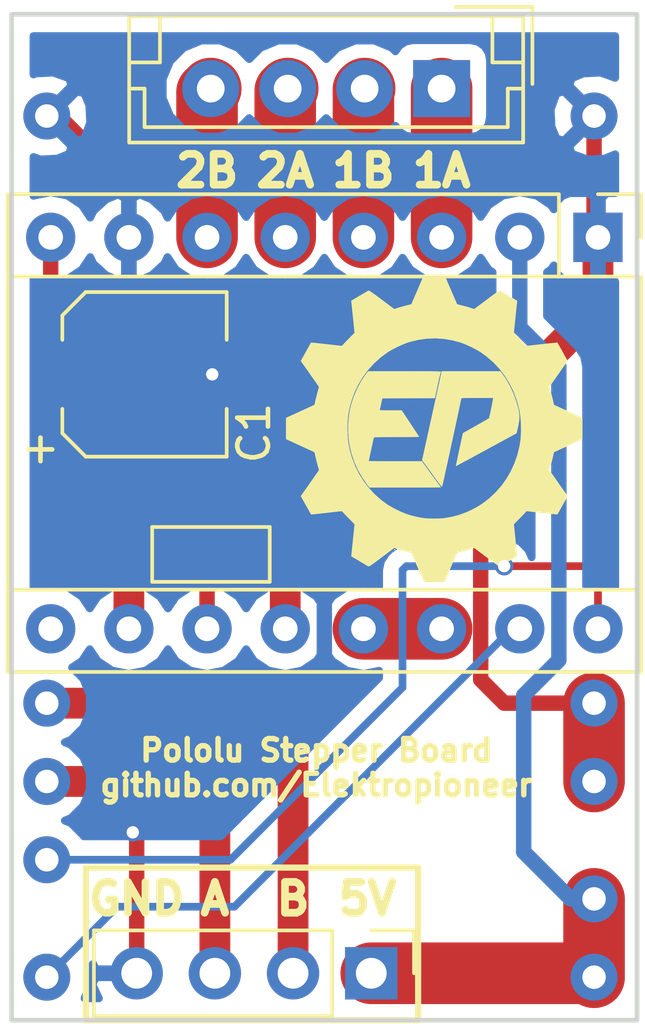
<source format=kicad_pcb>
(kicad_pcb (version 4) (host pcbnew 4.0.6+dfsg1-1)

  (general
    (links 23)
    (no_connects 0)
    (area 148.641999 65.202999 169.112001 97.992001)
    (thickness 1.6)
    (drawings 18)
    (tracks 78)
    (zones 0)
    (modules 7)
    (nets 16)
  )

  (page A4)
  (layers
    (0 F.Cu signal)
    (31 B.Cu signal)
    (32 B.Adhes user)
    (33 F.Adhes user)
    (34 B.Paste user hide)
    (35 F.Paste user hide)
    (36 B.SilkS user)
    (37 F.SilkS user)
    (38 B.Mask user)
    (39 F.Mask user)
    (40 Dwgs.User user)
    (41 Cmts.User user)
    (42 Eco1.User user)
    (43 Eco2.User user hide)
    (44 Edge.Cuts user)
    (45 Margin user)
    (46 B.CrtYd user hide)
    (47 F.CrtYd user hide)
    (48 B.Fab user)
    (49 F.Fab user hide)
  )

  (setup
    (last_trace_width 0.5)
    (user_trace_width 0.5)
    (user_trace_width 1)
    (user_trace_width 2)
    (trace_clearance 0.2)
    (zone_clearance 0.508)
    (zone_45_only yes)
    (trace_min 0.2)
    (segment_width 0.2)
    (edge_width 0.15)
    (via_size 0.6)
    (via_drill 0.4)
    (via_min_size 0.4)
    (via_min_drill 0.3)
    (uvia_size 0.3)
    (uvia_drill 0.1)
    (uvias_allowed no)
    (uvia_min_size 0.2)
    (uvia_min_drill 0.1)
    (pcb_text_width 0.3)
    (pcb_text_size 1.5 1.5)
    (mod_edge_width 0.15)
    (mod_text_size 1 1)
    (mod_text_width 0.15)
    (pad_size 0.1 0.1)
    (pad_drill 0)
    (pad_to_mask_clearance 0.2)
    (aux_axis_origin 0 0)
    (visible_elements FFFFFF7F)
    (pcbplotparams
      (layerselection 0x00030_80000001)
      (usegerberextensions false)
      (excludeedgelayer true)
      (linewidth 0.100000)
      (plotframeref false)
      (viasonmask false)
      (mode 1)
      (useauxorigin false)
      (hpglpennumber 1)
      (hpglpenspeed 20)
      (hpglpendiameter 15)
      (hpglpenoverlay 2)
      (psnegative false)
      (psa4output false)
      (plotreference true)
      (plotvalue true)
      (plotinvisibletext false)
      (padsonsilk false)
      (subtractmaskfromsilk false)
      (outputformat 1)
      (mirror false)
      (drillshape 1)
      (scaleselection 1)
      (outputdirectory ""))
  )

  (net 0 "")
  (net 1 +5V)
  (net 2 +12V)
  (net 3 GND)
  (net 4 "Net-(A1-Pad3)")
  (net 5 "Net-(A1-Pad4)")
  (net 6 "Net-(A1-Pad5)")
  (net 7 "Net-(A1-Pad13)")
  (net 8 "Net-(A1-Pad6)")
  (net 9 STEP)
  (net 10 DIRECTION)
  (net 11 ENC_A)
  (net 12 ENC_B)
  (net 13 "Net-(A1-Pad10)")
  (net 14 "Net-(A1-Pad11)")
  (net 15 "Net-(A1-Pad12)")

  (net_class Default "This is the default net class."
    (clearance 0.2)
    (trace_width 0.25)
    (via_dia 0.6)
    (via_drill 0.4)
    (uvia_dia 0.3)
    (uvia_drill 0.1)
    (add_net +12V)
    (add_net +5V)
    (add_net DIRECTION)
    (add_net ENC_A)
    (add_net ENC_B)
    (add_net GND)
    (add_net "Net-(A1-Pad10)")
    (add_net "Net-(A1-Pad11)")
    (add_net "Net-(A1-Pad12)")
    (add_net "Net-(A1-Pad13)")
    (add_net "Net-(A1-Pad3)")
    (add_net "Net-(A1-Pad4)")
    (add_net "Net-(A1-Pad5)")
    (add_net "Net-(A1-Pad6)")
    (add_net STEP)
  )

  (module Modules:Pololu_Breakout-16_15.2x20.3mm (layer F.Cu) (tedit 5A842F1B) (tstamp 5A842EB0)
    (at 167.767 72.517 270)
    (descr "Pololu Breakout 16-pin 15.2x20.3mm 0.6x0.8\\")
    (path /5A772CC2)
    (fp_text reference A1 (at 6.35 -2.54 270) (layer F.SilkS) hide
      (effects (font (size 1 1) (thickness 0.15)))
    )
    (fp_text value Pololu_Breakout_A4988 (at 6.35 20.17 270) (layer F.Fab) hide
      (effects (font (size 1 1) (thickness 0.15)))
    )
    (fp_text user %R (at 6.35 0 270) (layer F.Fab)
      (effects (font (size 1 1) (thickness 0.15)))
    )
    (fp_line (start 11.43 -1.4) (end 11.43 19.18) (layer F.SilkS) (width 0.12))
    (fp_line (start 1.27 1.27) (end 1.27 19.18) (layer F.SilkS) (width 0.12))
    (fp_line (start 0 -1.4) (end -1.4 -1.4) (layer F.SilkS) (width 0.12))
    (fp_line (start -1.4 -1.4) (end -1.4 0) (layer F.SilkS) (width 0.12))
    (fp_line (start 1.27 -1.4) (end 1.27 1.27) (layer F.SilkS) (width 0.12))
    (fp_line (start 1.27 1.27) (end -1.4 1.27) (layer F.SilkS) (width 0.12))
    (fp_line (start -1.4 1.27) (end -1.4 19.18) (layer F.SilkS) (width 0.12))
    (fp_line (start -1.4 19.18) (end 14.1 19.18) (layer F.SilkS) (width 0.12))
    (fp_line (start 14.1 19.18) (end 14.1 -1.4) (layer F.SilkS) (width 0.12))
    (fp_line (start 14.1 -1.4) (end 1.27 -1.4) (layer F.SilkS) (width 0.12))
    (fp_line (start -1.27 0) (end 0 -1.27) (layer F.Fab) (width 0.1))
    (fp_line (start 0 -1.27) (end 13.97 -1.27) (layer F.Fab) (width 0.1))
    (fp_line (start 13.97 -1.27) (end 13.97 19.05) (layer F.Fab) (width 0.1))
    (fp_line (start 13.97 19.05) (end -1.27 19.05) (layer F.Fab) (width 0.1))
    (fp_line (start -1.27 19.05) (end -1.27 0) (layer F.Fab) (width 0.1))
    (fp_line (start -1.53 -1.52) (end 14.21 -1.52) (layer F.CrtYd) (width 0.05))
    (fp_line (start -1.53 -1.52) (end -1.53 19.3) (layer F.CrtYd) (width 0.05))
    (fp_line (start 14.21 19.3) (end 14.21 -1.52) (layer F.CrtYd) (width 0.05))
    (fp_line (start 14.21 19.3) (end -1.53 19.3) (layer F.CrtYd) (width 0.05))
    (pad 1 thru_hole rect (at 0 0 270) (size 1.6 1.6) (drill 0.8) (layers *.Cu *.Mask)
      (net 3 GND))
    (pad 9 thru_hole oval (at 12.7 17.78 270) (size 1.6 1.6) (drill 0.8) (layers *.Cu *.Mask))
    (pad 2 thru_hole oval (at 0 2.54 270) (size 1.6 1.6) (drill 0.8) (layers *.Cu *.Mask)
      (net 1 +5V))
    (pad 10 thru_hole oval (at 12.7 15.24 270) (size 1.6 1.6) (drill 0.8) (layers *.Cu *.Mask)
      (net 13 "Net-(A1-Pad10)"))
    (pad 3 thru_hole oval (at 0 5.08 270) (size 1.6 1.6) (drill 0.8) (layers *.Cu *.Mask)
      (net 4 "Net-(A1-Pad3)"))
    (pad 11 thru_hole oval (at 12.7 12.7 270) (size 1.6 1.6) (drill 0.8) (layers *.Cu *.Mask)
      (net 14 "Net-(A1-Pad11)"))
    (pad 4 thru_hole oval (at 0 7.62 270) (size 1.6 1.6) (drill 0.8) (layers *.Cu *.Mask)
      (net 5 "Net-(A1-Pad4)"))
    (pad 12 thru_hole oval (at 12.7 10.16 270) (size 1.6 1.6) (drill 0.8) (layers *.Cu *.Mask)
      (net 15 "Net-(A1-Pad12)"))
    (pad 5 thru_hole oval (at 0 10.16 270) (size 1.6 1.6) (drill 0.8) (layers *.Cu *.Mask)
      (net 6 "Net-(A1-Pad5)"))
    (pad 13 thru_hole oval (at 12.7 7.62 270) (size 1.6 1.6) (drill 0.8) (layers *.Cu *.Mask)
      (net 7 "Net-(A1-Pad13)"))
    (pad 6 thru_hole oval (at 0 12.7 270) (size 1.6 1.6) (drill 0.8) (layers *.Cu *.Mask)
      (net 8 "Net-(A1-Pad6)"))
    (pad 14 thru_hole oval (at 12.7 5.08 270) (size 1.6 1.6) (drill 0.8) (layers *.Cu *.Mask)
      (net 7 "Net-(A1-Pad13)"))
    (pad 7 thru_hole oval (at 0 15.24 270) (size 1.6 1.6) (drill 0.8) (layers *.Cu *.Mask)
      (net 3 GND))
    (pad 15 thru_hole oval (at 12.7 2.54 270) (size 1.6 1.6) (drill 0.8) (layers *.Cu *.Mask)
      (net 9 STEP))
    (pad 8 thru_hole oval (at 0 17.78 270) (size 1.6 1.6) (drill 0.8) (layers *.Cu *.Mask)
      (net 2 +12V))
    (pad 16 thru_hole oval (at 12.7 0 270) (size 1.6 1.6) (drill 0.8) (layers *.Cu *.Mask)
      (net 10 DIRECTION))
  )

  (module Capacitors_SMD:CP_Elec_5x4.5 (layer F.Cu) (tedit 5A842F15) (tstamp 5A842ECC)
    (at 153.035 76.962)
    (descr "SMT capacitor, aluminium electrolytic, 5x4.5")
    (path /5A77324B)
    (attr smd)
    (fp_text reference C1 (at 3.556 1.905 90) (layer F.SilkS)
      (effects (font (size 1 1) (thickness 0.15)))
    )
    (fp_text value CP (at 0 -3.92) (layer F.Fab) hide
      (effects (font (size 1 1) (thickness 0.15)))
    )
    (fp_circle (center 0 0) (end 0.1 2.4) (layer F.Fab) (width 0.1))
    (fp_text user + (at -1.37 -0.08) (layer F.Fab)
      (effects (font (size 1 1) (thickness 0.15)))
    )
    (fp_text user + (at -3.38 2.36) (layer F.SilkS)
      (effects (font (size 1 1) (thickness 0.15)))
    )
    (fp_text user %R (at 0 3.92) (layer F.Fab)
      (effects (font (size 1 1) (thickness 0.15)))
    )
    (fp_line (start 2.51 2.51) (end 2.51 -2.51) (layer F.Fab) (width 0.1))
    (fp_line (start -1.84 2.51) (end 2.51 2.51) (layer F.Fab) (width 0.1))
    (fp_line (start -2.51 1.84) (end -1.84 2.51) (layer F.Fab) (width 0.1))
    (fp_line (start -2.51 -1.84) (end -2.51 1.84) (layer F.Fab) (width 0.1))
    (fp_line (start -1.84 -2.51) (end -2.51 -1.84) (layer F.Fab) (width 0.1))
    (fp_line (start 2.51 -2.51) (end -1.84 -2.51) (layer F.Fab) (width 0.1))
    (fp_line (start 2.67 2.67) (end 2.67 1.12) (layer F.SilkS) (width 0.12))
    (fp_line (start 2.67 -2.67) (end 2.67 -1.12) (layer F.SilkS) (width 0.12))
    (fp_line (start -2.67 -1.91) (end -2.67 -1.12) (layer F.SilkS) (width 0.12))
    (fp_line (start -2.67 1.91) (end -2.67 1.12) (layer F.SilkS) (width 0.12))
    (fp_line (start 2.67 -2.67) (end -1.91 -2.67) (layer F.SilkS) (width 0.12))
    (fp_line (start -1.91 -2.67) (end -2.67 -1.91) (layer F.SilkS) (width 0.12))
    (fp_line (start -2.67 1.91) (end -1.91 2.67) (layer F.SilkS) (width 0.12))
    (fp_line (start -1.91 2.67) (end 2.67 2.67) (layer F.SilkS) (width 0.12))
    (fp_line (start -3.95 -2.77) (end 3.95 -2.77) (layer F.CrtYd) (width 0.05))
    (fp_line (start -3.95 -2.77) (end -3.95 2.76) (layer F.CrtYd) (width 0.05))
    (fp_line (start 3.95 2.76) (end 3.95 -2.77) (layer F.CrtYd) (width 0.05))
    (fp_line (start 3.95 2.76) (end -3.95 2.76) (layer F.CrtYd) (width 0.05))
    (pad 1 smd rect (at -2.2 0 180) (size 3 1.6) (layers F.Cu F.Paste F.Mask)
      (net 2 +12V))
    (pad 2 smd rect (at 2.2 0 180) (size 3 1.6) (layers F.Cu F.Paste F.Mask)
      (net 3 GND))
    (model Capacitors_SMD.3dshapes/CP_Elec_5x4.5.wrl
      (at (xyz 0 0 0))
      (scale (xyz 1 1 1))
      (rotate (xyz 0 0 180))
    )
  )

  (module Connectors_JST:JST_EH_B04B-EH-A_04x2.50mm_Straight (layer F.Cu) (tedit 5A842E14) (tstamp 5A842EEE)
    (at 162.687 67.691 180)
    (descr "JST EH series connector, B04B-EH-A, 2.50mm pitch, top entry")
    (tags "connector jst eh top vertical straight")
    (path /5A772FFF)
    (fp_text reference J1 (at 3.75 -3 180) (layer F.SilkS) hide
      (effects (font (size 1 1) (thickness 0.15)))
    )
    (fp_text value CONN_01X04 (at 3.75 3.5 180) (layer F.Fab) hide
      (effects (font (size 1 1) (thickness 0.15)))
    )
    (fp_text user %R (at 3.75 -3 180) (layer F.Fab)
      (effects (font (size 1 1) (thickness 0.15)))
    )
    (fp_line (start -2.5 -1.6) (end -2.5 2.2) (layer F.Fab) (width 0.1))
    (fp_line (start -2.5 2.2) (end 10 2.2) (layer F.Fab) (width 0.1))
    (fp_line (start 10 2.2) (end 10 -1.6) (layer F.Fab) (width 0.1))
    (fp_line (start 10 -1.6) (end -2.5 -1.6) (layer F.Fab) (width 0.1))
    (fp_line (start -2.65 -1.75) (end -2.65 2.35) (layer F.SilkS) (width 0.12))
    (fp_line (start -2.65 2.35) (end 10.15 2.35) (layer F.SilkS) (width 0.12))
    (fp_line (start 10.15 2.35) (end 10.15 -1.75) (layer F.SilkS) (width 0.12))
    (fp_line (start 10.15 -1.75) (end -2.65 -1.75) (layer F.SilkS) (width 0.12))
    (fp_line (start -2.65 0) (end -2.15 0) (layer F.SilkS) (width 0.12))
    (fp_line (start -2.15 0) (end -2.15 -1.25) (layer F.SilkS) (width 0.12))
    (fp_line (start -2.15 -1.25) (end 9.65 -1.25) (layer F.SilkS) (width 0.12))
    (fp_line (start 9.65 -1.25) (end 9.65 0) (layer F.SilkS) (width 0.12))
    (fp_line (start 9.65 0) (end 10.15 0) (layer F.SilkS) (width 0.12))
    (fp_line (start -2.65 0.85) (end -1.65 0.85) (layer F.SilkS) (width 0.12))
    (fp_line (start -1.65 0.85) (end -1.65 2.35) (layer F.SilkS) (width 0.12))
    (fp_line (start 10.15 0.85) (end 9.15 0.85) (layer F.SilkS) (width 0.12))
    (fp_line (start 9.15 0.85) (end 9.15 2.35) (layer F.SilkS) (width 0.12))
    (fp_line (start -2.95 0.15) (end -2.95 2.65) (layer F.SilkS) (width 0.12))
    (fp_line (start -2.95 2.65) (end -0.45 2.65) (layer F.SilkS) (width 0.12))
    (fp_line (start -2.95 0.15) (end -2.95 2.65) (layer F.Fab) (width 0.1))
    (fp_line (start -2.95 2.65) (end -0.45 2.65) (layer F.Fab) (width 0.1))
    (fp_line (start -3.15 -2.25) (end -3.15 2.85) (layer F.CrtYd) (width 0.05))
    (fp_line (start -3.15 2.85) (end 10.65 2.85) (layer F.CrtYd) (width 0.05))
    (fp_line (start 10.65 2.85) (end 10.65 -2.25) (layer F.CrtYd) (width 0.05))
    (fp_line (start 10.65 -2.25) (end -3.15 -2.25) (layer F.CrtYd) (width 0.05))
    (pad 1 thru_hole rect (at 0 0 180) (size 1.85 1.85) (drill 0.9) (layers *.Cu *.Mask)
      (net 4 "Net-(A1-Pad3)"))
    (pad 2 thru_hole circle (at 2.5 0 180) (size 1.85 1.85) (drill 0.9) (layers *.Cu *.Mask)
      (net 5 "Net-(A1-Pad4)"))
    (pad 3 thru_hole circle (at 5 0 180) (size 1.85 1.85) (drill 0.9) (layers *.Cu *.Mask)
      (net 6 "Net-(A1-Pad5)"))
    (pad 4 thru_hole circle (at 7.5 0 180) (size 1.85 1.85) (drill 0.9) (layers *.Cu *.Mask)
      (net 8 "Net-(A1-Pad6)"))
    (model Connectors_JST.3dshapes/JST_EH_B04B-EH-A_04x2.50mm_Straight.wrl
      (at (xyz 0 0 0))
      (scale (xyz 1 1 1))
      (rotate (xyz 0 0 0))
    )
  )

  (module Pin_Headers:Pin_Header_Straight_1x04_Pitch2.54mm (layer F.Cu) (tedit 5A842EC5) (tstamp 5A842F04)
    (at 160.401 96.393 270)
    (descr "Through hole straight pin header, 1x04, 2.54mm pitch, single row")
    (tags "Through hole pin header THT 1x04 2.54mm single row")
    (path /5A773005)
    (fp_text reference J2 (at 0 -2.39 270) (layer F.SilkS) hide
      (effects (font (size 1 1) (thickness 0.15)))
    )
    (fp_text value CONN_01X04 (at 0 10.01 270) (layer F.Fab) hide
      (effects (font (size 1 1) (thickness 0.15)))
    )
    (fp_line (start -1.27 -1.27) (end -1.27 8.89) (layer F.Fab) (width 0.1))
    (fp_line (start -1.27 8.89) (end 1.27 8.89) (layer F.Fab) (width 0.1))
    (fp_line (start 1.27 8.89) (end 1.27 -1.27) (layer F.Fab) (width 0.1))
    (fp_line (start 1.27 -1.27) (end -1.27 -1.27) (layer F.Fab) (width 0.1))
    (fp_line (start -1.39 1.27) (end -1.39 9.01) (layer F.SilkS) (width 0.12))
    (fp_line (start -1.39 9.01) (end 1.39 9.01) (layer F.SilkS) (width 0.12))
    (fp_line (start 1.39 9.01) (end 1.39 1.27) (layer F.SilkS) (width 0.12))
    (fp_line (start 1.39 1.27) (end -1.39 1.27) (layer F.SilkS) (width 0.12))
    (fp_line (start -1.39 0) (end -1.39 -1.39) (layer F.SilkS) (width 0.12))
    (fp_line (start -1.39 -1.39) (end 0 -1.39) (layer F.SilkS) (width 0.12))
    (fp_line (start -1.6 -1.6) (end -1.6 9.2) (layer F.CrtYd) (width 0.05))
    (fp_line (start -1.6 9.2) (end 1.6 9.2) (layer F.CrtYd) (width 0.05))
    (fp_line (start 1.6 9.2) (end 1.6 -1.6) (layer F.CrtYd) (width 0.05))
    (fp_line (start 1.6 -1.6) (end -1.6 -1.6) (layer F.CrtYd) (width 0.05))
    (pad 1 thru_hole rect (at 0 0 270) (size 1.7 1.7) (drill 1) (layers *.Cu *.Mask)
      (net 1 +5V))
    (pad 2 thru_hole oval (at 0 2.54 270) (size 1.7 1.7) (drill 1) (layers *.Cu *.Mask)
      (net 12 ENC_B))
    (pad 3 thru_hole oval (at 0 5.08 270) (size 1.7 1.7) (drill 1) (layers *.Cu *.Mask)
      (net 11 ENC_A))
    (pad 4 thru_hole oval (at 0 7.62 270) (size 1.7 1.7) (drill 1) (layers *.Cu *.Mask)
      (net 3 GND))
    (model Pin_Headers.3dshapes/Pin_Header_Straight_1x04_Pitch2.54mm.wrl
      (at (xyz 0 -0.15 0))
      (scale (xyz 1 1 1))
      (rotate (xyz 0 0 90))
    )
  )

  (module Connectors:GS3 (layer F.Cu) (tedit 5A842F18) (tstamp 5A842F13)
    (at 155.194 82.804 270)
    (descr "3-pin solder bridge")
    (tags "solder bridge")
    (path /5A7C54AC)
    (attr smd)
    (fp_text reference J3 (at -1.7 0 360) (layer F.SilkS) hide
      (effects (font (size 1 1) (thickness 0.15)))
    )
    (fp_text value CONN_01X03 (at 1.8 0 360) (layer F.Fab) hide
      (effects (font (size 1 1) (thickness 0.15)))
    )
    (fp_line (start -1.15 -2.15) (end 1.15 -2.15) (layer F.CrtYd) (width 0.05))
    (fp_line (start 1.15 -2.15) (end 1.15 2.15) (layer F.CrtYd) (width 0.05))
    (fp_line (start 1.15 2.15) (end -1.15 2.15) (layer F.CrtYd) (width 0.05))
    (fp_line (start -1.15 2.15) (end -1.15 -2.15) (layer F.CrtYd) (width 0.05))
    (fp_line (start -0.89 -1.91) (end -0.89 1.91) (layer F.SilkS) (width 0.12))
    (fp_line (start -0.89 1.91) (end 0.89 1.91) (layer F.SilkS) (width 0.12))
    (fp_line (start 0.89 1.91) (end 0.89 -1.91) (layer F.SilkS) (width 0.12))
    (fp_line (start -0.89 -1.91) (end 0.89 -1.91) (layer F.SilkS) (width 0.12))
    (pad 1 smd rect (at 0 -1.27 270) (size 1.27 0.97) (layers F.Cu F.Paste F.Mask)
      (net 15 "Net-(A1-Pad12)"))
    (pad 2 smd rect (at 0 0 270) (size 1.27 0.97) (layers F.Cu F.Paste F.Mask)
      (net 14 "Net-(A1-Pad11)"))
    (pad 3 smd rect (at 0 1.27 270) (size 1.27 0.97) (layers F.Cu F.Paste F.Mask)
      (net 13 "Net-(A1-Pad10)"))
  )

  (module Aktuator_Module:Aktuator_Module (layer F.Cu) (tedit 5A84302A) (tstamp 5A8431BC)
    (at 148.59 97.79)
    (path /5A4EE1B4)
    (attr virtual)
    (fp_text reference M1 (at 10.795 -1.27) (layer F.SilkS) hide
      (effects (font (size 1 1) (thickness 0.15)))
    )
    (fp_text value Aktuator_Module (at 10.16 -17.78) (layer F.Fab) hide
      (effects (font (size 1 1) (thickness 0.15)))
    )
    (fp_text user 5V (at 17.526 -2.54 90) (layer B.SilkS) hide
      (effects (font (size 1 1) (thickness 0.15)) (justify mirror))
    )
    (fp_text user S (at 2.794 -1.27) (layer B.SilkS) hide
      (effects (font (size 1 1) (thickness 0.15)) (justify mirror))
    )
    (fp_text user G (at 2.794 -29.21) (layer B.SilkS) hide
      (effects (font (size 1 1) (thickness 0.15)) (justify mirror))
    )
    (fp_text user G (at 17.526 -29.21) (layer B.SilkS) hide
      (effects (font (size 1 1) (thickness 0.15)) (justify mirror))
    )
    (fp_text user 12V (at 17.526 -8.89 90) (layer B.SilkS) hide
      (effects (font (size 1 1) (thickness 0.15)) (justify mirror))
    )
    (pad 1 thru_hole circle (at 19.05 -1.27) (size 1.524 1.524) (drill 0.762) (layers *.Cu *.Mask)
      (net 1 +5V))
    (pad 1 thru_hole circle (at 19.05 -3.81) (size 1.524 1.524) (drill 0.762) (layers *.Cu *.Mask)
      (net 1 +5V))
    (pad 2 thru_hole circle (at 19.05 -7.62) (size 1.524 1.524) (drill 0.762) (layers *.Cu *.Mask)
      (net 2 +12V))
    (pad 2 thru_hole circle (at 19.05 -10.16) (size 1.524 1.524) (drill 0.762) (layers *.Cu *.Mask)
      (net 2 +12V))
    (pad 3 thru_hole circle (at 1.27 -1.27) (size 1.524 1.524) (drill 0.762) (layers *.Cu *.Mask)
      (net 9 STEP))
    (pad 4 thru_hole circle (at 1.27 -29.21) (size 1.524 1.524) (drill 0.762) (layers *.Cu *.Mask)
      (net 3 GND))
    (pad 4 thru_hole circle (at 19.05 -29.21) (size 1.524 1.524) (drill 0.762) (layers *.Cu *.Mask)
      (net 3 GND))
    (pad 6 thru_hole circle (at 1.27 -5.08) (size 1.524 1.524) (drill 0.762) (layers *.Cu *.Mask)
      (net 10 DIRECTION))
    (pad 7 thru_hole circle (at 1.27 -7.62) (size 1.524 1.524) (drill 0.762) (layers *.Cu *.Mask)
      (net 11 ENC_A))
    (pad 8 thru_hole circle (at 1.27 -10.16) (size 1.524 1.524) (drill 0.762) (layers *.Cu *.Mask)
      (net 12 ENC_B))
    (pad 9 smd circle (at 1.27 -12.7) (size 0.1 0.1) (layers F.Cu F.Paste F.Mask))
  )

  (module Hardware:EP_Logo_3 (layer F.Cu) (tedit 0) (tstamp 5A8435AC)
    (at 162.56 78.359)
    (fp_text reference G*** (at 0 0) (layer F.SilkS) hide
      (effects (font (thickness 0.3)))
    )
    (fp_text value LOGO (at 0.75 0) (layer F.SilkS) hide
      (effects (font (thickness 0.3)))
    )
    (fp_poly (pts (xy -0.018648 -4.615192) (xy 0.059022 -4.614782) (xy 0.126438 -4.61412) (xy 0.178791 -4.613207)
      (xy 0.211271 -4.612043) (xy 0.219679 -4.611025) (xy 0.226075 -4.597498) (xy 0.242318 -4.560968)
      (xy 0.267128 -4.504372) (xy 0.299227 -4.430644) (xy 0.337338 -4.342721) (xy 0.380182 -4.243536)
      (xy 0.424222 -4.141277) (xy 0.47039 -4.034071) (xy 0.513039 -3.935306) (xy 0.550892 -3.847921)
      (xy 0.582671 -3.774857) (xy 0.607096 -3.719051) (xy 0.62289 -3.683444) (xy 0.628737 -3.671003)
      (xy 0.643451 -3.665884) (xy 0.679618 -3.65603) (xy 0.731193 -3.643036) (xy 0.771645 -3.633299)
      (xy 0.851521 -3.61308) (xy 0.941914 -3.58817) (xy 1.026659 -3.563072) (xy 1.048671 -3.556145)
      (xy 1.187175 -3.511752) (xy 1.59458 -3.817074) (xy 1.701813 -3.897294) (xy 1.788884 -3.961977)
      (xy 1.858114 -4.012644) (xy 1.911821 -4.050819) (xy 1.952326 -4.078026) (xy 1.981948 -4.095789)
      (xy 2.003007 -4.105631) (xy 2.017822 -4.109075) (xy 2.028712 -4.107645) (xy 2.033651 -4.10545)
      (xy 2.05498 -4.093328) (xy 2.096423 -4.069175) (xy 2.153856 -4.035415) (xy 2.223157 -3.994474)
      (xy 2.300203 -3.948779) (xy 2.322531 -3.935505) (xy 2.579746 -3.782506) (xy 2.573417 -3.729225)
      (xy 2.57047 -3.702506) (xy 2.565054 -3.651491) (xy 2.557563 -3.579962) (xy 2.548388 -3.4917)
      (xy 2.537926 -3.390485) (xy 2.526568 -3.280098) (xy 2.519432 -3.210502) (xy 2.471775 -2.74506)
      (xy 2.638535 -2.575502) (xy 2.697382 -2.515442) (xy 2.752257 -2.459019) (xy 2.798794 -2.410754)
      (xy 2.832626 -2.37517) (xy 2.845509 -2.361233) (xy 2.885722 -2.316521) (xy 3.384604 -2.372703)
      (xy 3.499903 -2.385557) (xy 3.60598 -2.397134) (xy 3.69966 -2.407104) (xy 3.777766 -2.415141)
      (xy 3.837125 -2.420918) (xy 3.87456 -2.424108) (xy 3.886913 -2.42447) (xy 3.89446 -2.411432)
      (xy 3.913809 -2.377193) (xy 3.943025 -2.325205) (xy 3.980168 -2.258917) (xy 4.023304 -2.181781)
      (xy 4.054049 -2.126722) (xy 4.217757 -1.833389) (xy 3.967197 -1.477611) (xy 3.902519 -1.385705)
      (xy 3.840999 -1.298159) (xy 3.785103 -1.218491) (xy 3.737295 -1.150217) (xy 3.700039 -1.096855)
      (xy 3.6758 -1.061921) (xy 3.671219 -1.055243) (xy 3.625802 -0.988653) (xy 3.663939 -0.857687)
      (xy 3.683888 -0.785728) (xy 3.706296 -0.699496) (xy 3.727752 -0.612322) (xy 3.738399 -0.566659)
      (xy 3.774722 -0.406596) (xy 4.699 0.018134) (xy 4.699 0.70142) (xy 4.236861 0.914098)
      (xy 3.774722 1.126775) (xy 3.738399 1.286582) (xy 3.719033 1.368179) (xy 3.696738 1.456578)
      (xy 3.674934 1.538419) (xy 3.663939 1.577354) (xy 3.625802 1.70832) (xy 3.671219 1.77491)
      (xy 3.690802 1.803246) (xy 3.724185 1.851129) (xy 3.768905 1.915042) (xy 3.822496 1.991468)
      (xy 3.882494 2.07689) (xy 3.946435 2.167791) (xy 3.967197 2.197278) (xy 4.217757 2.553056)
      (xy 4.054049 2.846389) (xy 4.008027 2.928783) (xy 3.966722 3.0026) (xy 3.932072 3.06439)
      (xy 3.906013 3.110701) (xy 3.890481 3.138085) (xy 3.886939 3.144112) (xy 3.872637 3.143608)
      (xy 3.833472 3.140224) (xy 3.772617 3.134285) (xy 3.693249 3.126118) (xy 3.598541 3.116049)
      (xy 3.491669 3.104404) (xy 3.384629 3.0925) (xy 2.885722 3.0365) (xy 2.845509 3.081055)
      (xy 2.821999 3.106201) (xy 2.783016 3.146901) (xy 2.732925 3.198637) (xy 2.676094 3.256891)
      (xy 2.638535 3.295169) (xy 2.471775 3.464726) (xy 2.519432 3.930169) (xy 2.53114 4.044266)
      (xy 2.542191 4.151478) (xy 2.552192 4.248023) (xy 2.560748 4.330122) (xy 2.567466 4.393991)
      (xy 2.571953 4.435852) (xy 2.573417 4.448892) (xy 2.579746 4.502173) (xy 2.322531 4.655171)
      (xy 2.24406 4.701761) (xy 2.172182 4.744273) (xy 2.111021 4.780281) (xy 2.0647 4.80736)
      (xy 2.037343 4.823084) (xy 2.033651 4.825116) (xy 2.023894 4.8285) (xy 2.011434 4.827811)
      (xy 1.99395 4.821526) (xy 1.969123 4.808121) (xy 1.934634 4.786073) (xy 1.888163 4.753859)
      (xy 1.827391 4.709955) (xy 1.749997 4.652838) (xy 1.653663 4.580984) (xy 1.59458 4.536741)
      (xy 1.187175 4.231419) (xy 1.048671 4.275811) (xy 0.968801 4.300083) (xy 0.878409 4.325524)
      (xy 0.793659 4.347632) (xy 0.771645 4.352966) (xy 0.713098 4.367177) (xy 0.66588 4.379324)
      (xy 0.636039 4.387813) (xy 0.628768 4.39067) (xy 0.622387 4.404322) (xy 0.606163 4.440973)
      (xy 0.581374 4.497681) (xy 0.549299 4.571504) (xy 0.511215 4.659503) (xy 0.4684 4.758737)
      (xy 0.424544 4.860653) (xy 0.378414 4.967819) (xy 0.335786 5.06653) (xy 0.297939 5.153846)
      (xy 0.266155 5.226828) (xy 0.241711 5.282538) (xy 0.225888 5.318037) (xy 0.220009 5.330362)
      (xy 0.204653 5.332308) (xy 0.165936 5.334019) (xy 0.10872 5.335469) (xy 0.037865 5.336636)
      (xy -0.041768 5.337493) (xy -0.125319 5.338017) (xy -0.207926 5.338183) (xy -0.284729 5.337965)
      (xy -0.350867 5.33734) (xy -0.401479 5.336283) (xy -0.431704 5.334769) (xy -0.437941 5.333695)
      (xy -0.446077 5.319458) (xy -0.463942 5.28222) (xy -0.490206 5.224945) (xy -0.523538 5.1506)
      (xy -0.562609 5.062147) (xy -0.60609 4.962553) (xy -0.649987 4.860973) (xy -0.696156 4.753764)
      (xy -0.738807 4.654995) (xy -0.776662 4.567607) (xy -0.808442 4.494538) (xy -0.832869 4.438728)
      (xy -0.848666 4.403117) (xy -0.854515 4.39067) (xy -0.869228 4.385551) (xy -0.905396 4.375697)
      (xy -0.95697 4.362703) (xy -0.997423 4.352966) (xy -1.077299 4.332747) (xy -1.167692 4.307837)
      (xy -1.252437 4.282739) (xy -1.274448 4.275811) (xy -1.412952 4.231419) (xy -1.820358 4.536741)
      (xy -1.92759 4.616961) (xy -2.014662 4.681643) (xy -2.083891 4.73231) (xy -2.137599 4.770486)
      (xy -2.178104 4.797693) (xy -2.207726 4.815456) (xy -2.228784 4.825298) (xy -2.243599 4.828742)
      (xy -2.254489 4.827311) (xy -2.259429 4.825116) (xy -2.280757 4.812995) (xy -2.3222 4.788842)
      (xy -2.379634 4.755082) (xy -2.448935 4.714141) (xy -2.52598 4.668446) (xy -2.548308 4.655171)
      (xy -2.805523 4.502173) (xy -2.799195 4.448892) (xy -2.796248 4.422173) (xy -2.790832 4.371158)
      (xy -2.78334 4.299629) (xy -2.774166 4.211366) (xy -2.763703 4.110152) (xy -2.752345 3.999765)
      (xy -2.745209 3.930169) (xy -2.697552 3.464726) (xy -2.864313 3.295169) (xy -2.923159 3.235108)
      (xy -2.978035 3.178685) (xy -3.024572 3.130421) (xy -3.058403 3.094837) (xy -3.071287 3.080899)
      (xy -3.1115 3.036188) (xy -3.610381 3.09237) (xy -3.725681 3.105224) (xy -3.831758 3.1168)
      (xy -3.925437 3.126771) (xy -4.003544 3.134808) (xy -4.062902 3.140585) (xy -4.100337 3.143775)
      (xy -4.112691 3.144137) (xy -4.120237 3.131099) (xy -4.139587 3.09686) (xy -4.168802 3.044872)
      (xy -4.205946 2.978584) (xy -4.249081 2.901448) (xy -4.279826 2.846389) (xy -4.443534 2.553056)
      (xy -4.192974 2.197278) (xy -4.128296 2.105372) (xy -4.066777 2.017826) (xy -4.010881 1.938158)
      (xy -3.963073 1.869884) (xy -3.925817 1.816522) (xy -3.901578 1.781588) (xy -3.896996 1.77491)
      (xy -3.851579 1.70832) (xy -3.889716 1.577354) (xy -3.909665 1.505395) (xy -3.932073 1.419163)
      (xy -3.953529 1.331988) (xy -3.964177 1.286326) (xy -4.0005 1.126263) (xy -4.924778 0.701533)
      (xy -4.924778 0.359833) (xy -2.935111 0.359833) (xy -2.930547 0.56128) (xy -2.915923 0.744713)
      (xy -2.889845 0.918979) (xy -2.850915 1.092923) (xy -2.79774 1.275392) (xy -2.783999 1.317533)
      (xy -2.681242 1.583686) (xy -2.55421 1.837063) (xy -2.404197 2.075956) (xy -2.232496 2.298655)
      (xy -2.040398 2.503454) (xy -1.829198 2.688643) (xy -1.643944 2.823813) (xy -1.545773 2.884704)
      (xy -1.429723 2.948951) (xy -1.304221 3.012441) (xy -1.177694 3.071062) (xy -1.058571 3.120701)
      (xy -0.970802 3.152314) (xy -0.837417 3.191502) (xy -0.693035 3.226655) (xy -0.550088 3.255005)
      (xy -0.428919 3.27289) (xy -0.347837 3.279587) (xy -0.247538 3.283778) (xy -0.136914 3.285461)
      (xy -0.024857 3.284632) (xy 0.079738 3.281288) (xy 0.16798 3.275425) (xy 0.190397 3.273121)
      (xy 0.447043 3.231929) (xy 0.693358 3.167623) (xy 0.935222 3.078466) (xy 1.093611 3.00598)
      (xy 1.264251 2.916355) (xy 1.417285 2.822867) (xy 1.563176 2.71868) (xy 1.688916 2.616997)
      (xy 1.891995 2.426588) (xy 2.075117 2.217113) (xy 2.237328 1.990372) (xy 2.377674 1.748167)
      (xy 2.4952 1.492297) (xy 2.588951 1.224563) (xy 2.657972 0.946766) (xy 2.694553 0.720037)
      (xy 2.699669 0.663692) (xy 2.704018 0.587289) (xy 2.707264 0.498988) (xy 2.709072 0.406952)
      (xy 2.709334 0.359833) (xy 2.704769 0.158387) (xy 2.690146 -0.025046) (xy 2.664067 -0.199312)
      (xy 2.625138 -0.373256) (xy 2.571962 -0.555725) (xy 2.558221 -0.597866) (xy 2.455464 -0.864019)
      (xy 2.328433 -1.117396) (xy 2.17842 -1.356289) (xy 2.006718 -1.578989) (xy 1.814621 -1.783787)
      (xy 1.603421 -1.968976) (xy 1.418167 -2.104146) (xy 1.320492 -2.164742) (xy 1.204992 -2.228725)
      (xy 1.080053 -2.292) (xy 0.95406 -2.350474) (xy 0.835401 -2.400051) (xy 0.745971 -2.432333)
      (xy 0.476691 -2.505326) (xy 0.203308 -2.550745) (xy -0.072268 -2.568589) (xy -0.348124 -2.55886)
      (xy -0.622351 -2.521556) (xy -0.893038 -2.456679) (xy -0.971749 -2.432333) (xy -1.077465 -2.393627)
      (xy -1.197695 -2.342519) (xy -1.324052 -2.283104) (xy -1.44815 -2.219475) (xy -1.561604 -2.155727)
      (xy -1.643944 -2.104146) (xy -1.869749 -1.936192) (xy -2.077504 -1.747238) (xy -2.265916 -1.53899)
      (xy -2.433694 -1.313159) (xy -2.579543 -1.071451) (xy -2.70217 -0.815576) (xy -2.783999 -0.597866)
      (xy -2.840494 -0.412336) (xy -2.882436 -0.237276) (xy -2.91122 -0.06384) (xy -2.928243 0.116819)
      (xy -2.934899 0.313546) (xy -2.935111 0.359833) (xy -4.924778 0.359833) (xy -4.924778 0.018134)
      (xy -4.0005 -0.406596) (xy -3.964177 -0.566659) (xy -3.94483 -0.648285) (xy -3.922558 -0.736688)
      (xy -3.900769 -0.818535) (xy -3.889716 -0.857687) (xy -3.851579 -0.988653) (xy -3.896996 -1.055243)
      (xy -3.916579 -1.083579) (xy -3.949963 -1.131462) (xy -3.994682 -1.195375) (xy -4.048273 -1.271801)
      (xy -4.108272 -1.357223) (xy -4.172212 -1.448124) (xy -4.192974 -1.477611) (xy -4.443534 -1.833389)
      (xy -4.279826 -2.126722) (xy -4.233803 -2.209118) (xy -4.192495 -2.282939) (xy -4.15784 -2.344733)
      (xy -4.131775 -2.39105) (xy -4.116237 -2.41844) (xy -4.112691 -2.42447) (xy -4.098384 -2.423968)
      (xy -4.059215 -2.420575) (xy -3.998357 -2.414619) (xy -3.918987 -2.406427) (xy -3.82428 -2.396326)
      (xy -3.71741 -2.384644) (xy -3.610381 -2.372703) (xy -3.1115 -2.316521) (xy -3.071287 -2.361233)
      (xy -3.047775 -2.386433) (xy -3.008788 -2.427181) (xy -2.958693 -2.478955) (xy -2.901858 -2.537234)
      (xy -2.864313 -2.575502) (xy -2.697552 -2.74506) (xy -2.745209 -3.210502) (xy -2.756918 -3.324599)
      (xy -2.767969 -3.431811) (xy -2.777969 -3.528357) (xy -2.786525 -3.610455) (xy -2.793243 -3.674325)
      (xy -2.79773 -3.716185) (xy -2.799195 -3.729225) (xy -2.805523 -3.782506) (xy -2.548308 -3.935505)
      (xy -2.469837 -3.982094) (xy -2.39796 -4.024606) (xy -2.336799 -4.060614) (xy -2.290478 -4.087693)
      (xy -2.26312 -4.103417) (xy -2.259429 -4.10545) (xy -2.249672 -4.108833) (xy -2.237211 -4.108144)
      (xy -2.219727 -4.101859) (xy -2.194901 -4.088454) (xy -2.160412 -4.066407) (xy -2.113941 -4.034192)
      (xy -2.053168 -3.990288) (xy -1.975774 -3.933171) (xy -1.87944 -3.861317) (xy -1.820358 -3.817074)
      (xy -1.412952 -3.511752) (xy -1.274448 -3.556145) (xy -1.194579 -3.580416) (xy -1.104186 -3.605857)
      (xy -1.019437 -3.627965) (xy -0.997423 -3.633299) (xy -0.938871 -3.64751) (xy -0.891645 -3.659658)
      (xy -0.861793 -3.668147) (xy -0.854515 -3.671003) (xy -0.848124 -3.684654) (xy -0.831884 -3.721302)
      (xy -0.807075 -3.778007) (xy -0.774974 -3.85183) (xy -0.73686 -3.939831) (xy -0.694012 -4.03907)
      (xy -0.65 -4.141277) (xy -0.603836 -4.248458) (xy -0.561188 -4.347174) (xy -0.523334 -4.43449)
      (xy -0.491552 -4.507471) (xy -0.46712 -4.56318) (xy -0.451316 -4.598684) (xy -0.445456 -4.611025)
      (xy -0.430672 -4.612374) (xy -0.392476 -4.613473) (xy -0.335678 -4.614319) (xy -0.265087 -4.614915)
      (xy -0.185512 -4.615258) (xy -0.101762 -4.615351) (xy -0.018648 -4.615192)) (layer F.SilkS) (width 0.01))
    (fp_poly (pts (xy -1.389492 4.284848) (xy -1.370273 4.295884) (xy -1.378486 4.30257) (xy -1.397833 4.303889)
      (xy -1.417507 4.298679) (xy -1.418547 4.290394) (xy -1.40019 4.282707) (xy -1.389492 4.284848)) (layer F.SilkS) (width 0.01))
    (fp_poly (pts (xy -0.851813 -1.495688) (xy -0.658911 -1.495395) (xy -0.491355 -1.49486) (xy -0.347709 -1.494046)
      (xy -0.226535 -1.492915) (xy -0.126396 -1.49143) (xy -0.045853 -1.489554) (xy 0.016529 -1.487248)
      (xy 0.06219 -1.484476) (xy 0.092565 -1.481199) (xy 0.109093 -1.477381) (xy 0.113211 -1.472983)
      (xy 0.106356 -1.467968) (xy 0.099223 -1.465204) (xy 0.092938 -1.450742) (xy 0.08172 -1.412075)
      (xy 0.066411 -1.352621) (xy 0.047851 -1.275801) (xy 0.026881 -1.185032) (xy 0.00434 -1.083736)
      (xy -0.004241 -1.044222) (xy -0.09404 -0.627944) (xy -0.947995 -0.624308) (xy -1.801949 -0.620672)
      (xy -1.84132 -0.440864) (xy -1.856584 -0.372073) (xy -1.870161 -0.312589) (xy -1.880698 -0.268217)
      (xy -1.886843 -0.244764) (xy -1.887299 -0.243417) (xy -1.88362 -0.237825) (xy -1.866182 -0.233471)
      (xy -1.83242 -0.230227) (xy -1.779766 -0.227967) (xy -1.705652 -0.226563) (xy -1.60751 -0.225887)
      (xy -1.531927 -0.225778) (xy -1.169947 -0.225778) (xy -0.89189 0.194028) (xy -0.827527 0.291296)
      (xy -0.768169 0.381182) (xy -0.715606 0.460962) (xy -0.671627 0.527911) (xy -0.638022 0.579307)
      (xy -0.616579 0.612424) (xy -0.609129 0.624417) (xy -0.621882 0.626448) (xy -0.66026 0.628351)
      (xy -0.721665 0.630088) (xy -0.803502 0.631622) (xy -0.903172 0.632915) (xy -1.018078 0.633929)
      (xy -1.145624 0.634627) (xy -1.283212 0.63497) (xy -1.338429 0.635) (xy -1.50145 0.635048)
      (xy -1.638515 0.635241) (xy -1.751891 0.635655) (xy -1.843842 0.636365) (xy -1.916637 0.637448)
      (xy -1.972541 0.638977) (xy -2.013819 0.64103) (xy -2.042739 0.643682) (xy -2.061566 0.647007)
      (xy -2.072567 0.651082) (xy -2.078008 0.655982) (xy -2.079652 0.659695) (xy -2.084537 0.679846)
      (xy -2.094178 0.722388) (xy -2.107626 0.782935) (xy -2.12393 0.8571) (xy -2.14214 0.940495)
      (xy -2.161308 1.028734) (xy -2.180483 1.11743) (xy -2.198715 1.202196) (xy -2.215054 1.278645)
      (xy -2.228552 1.342391) (xy -2.238257 1.389046) (xy -2.243221 1.414223) (xy -2.243666 1.417267)
      (xy -2.229958 1.418678) (xy -2.19044 1.420008) (xy -2.127526 1.421237) (xy -2.043629 1.422341)
      (xy -1.941163 1.423299) (xy -1.82254 1.424088) (xy -1.690173 1.424686) (xy -1.546476 1.425071)
      (xy -1.393862 1.425221) (xy -1.378773 1.425222) (xy -0.51388 1.425222) (xy -0.22524 1.822804)
      (xy -0.157069 1.916517) (xy -0.093627 2.003374) (xy -0.036944 2.08062) (xy 0.010949 2.145506)
      (xy 0.048024 2.195278) (xy 0.072248 2.227184) (xy 0.08109 2.238074) (xy 0.096302 2.257249)
      (xy 0.098778 2.263825) (xy 0.085015 2.265066) (xy 0.045115 2.266248) (xy -0.018834 2.267357)
      (xy -0.104746 2.268379) (xy -0.210536 2.269299) (xy -0.334116 2.270103) (xy -0.473401 2.270775)
      (xy -0.626304 2.271303) (xy -0.79074 2.27167) (xy -0.964621 2.271863) (xy -1.058348 2.271889)
      (xy -2.215474 2.271889) (xy -2.282487 2.186015) (xy -2.445926 1.954028) (xy -2.586521 1.707088)
      (xy -2.703159 1.447933) (xy -2.794725 1.1793) (xy -2.860105 0.903924) (xy -2.891963 0.688473)
      (xy -2.906341 0.472887) (xy -2.904964 0.244973) (xy -2.888324 0.015476) (xy -2.856918 -0.204859)
      (xy -2.848895 -0.246944) (xy -2.803058 -0.43415) (xy -2.739922 -0.628196) (xy -2.662338 -0.822855)
      (xy -2.573156 -1.011898) (xy -2.475226 -1.189098) (xy -2.371401 -1.348227) (xy -2.304728 -1.435805)
      (xy -2.255888 -1.495778) (xy -1.0715 -1.495778) (xy -0.851813 -1.495688)) (layer F.SilkS) (width 0.01))
    (fp_poly (pts (xy 2.07895 -1.435805) (xy 2.187456 -1.287685) (xy 2.291208 -1.117382) (xy 2.387482 -0.930863)
      (xy 2.473548 -0.734097) (xy 2.546682 -0.533049) (xy 2.604155 -0.333687) (xy 2.625473 -0.239889)
      (xy 2.642811 -0.141758) (xy 2.651361 -0.05252) (xy 2.650857 0.03558) (xy 2.641035 0.130293)
      (xy 2.62163 0.239376) (xy 2.606751 0.30842) (xy 2.561167 0.511006) (xy 1.580445 1.04423)
      (xy 1.426848 1.127667) (xy 1.280534 1.207004) (xy 1.143378 1.281233) (xy 1.017255 1.349345)
      (xy 0.904039 1.410334) (xy 0.805606 1.46319) (xy 0.723831 1.506906) (xy 0.660588 1.540474)
      (xy 0.617752 1.562886) (xy 0.597198 1.573134) (xy 0.595623 1.573674) (xy 0.597764 1.559807)
      (xy 0.605161 1.522017) (xy 0.617032 1.463951) (xy 0.632594 1.389253) (xy 0.651064 1.301571)
      (xy 0.671659 1.20455) (xy 0.693595 1.101835) (xy 0.71609 0.997073) (xy 0.73836 0.89391)
      (xy 0.759623 0.79599) (xy 0.779096 0.70696) (xy 0.795994 0.630466) (xy 0.809536 0.570154)
      (xy 0.818938 0.52967) (xy 0.823418 0.512658) (xy 0.82357 0.512383) (xy 0.836012 0.505064)
      (xy 0.870181 0.485494) (xy 0.923225 0.455291) (xy 0.992294 0.416074) (xy 1.074535 0.369465)
      (xy 1.167098 0.31708) (xy 1.242099 0.274683) (xy 1.341073 0.218637) (xy 1.432287 0.16675)
      (xy 1.512807 0.120709) (xy 1.579697 0.082202) (xy 1.630024 0.052917) (xy 1.660852 0.034541)
      (xy 1.669378 0.028967) (xy 1.675028 0.012806) (xy 1.685041 -0.026884) (xy 1.698533 -0.085901)
      (xy 1.71462 -0.160043) (xy 1.732418 -0.245109) (xy 1.751043 -0.336896) (xy 1.769611 -0.431204)
      (xy 1.787237 -0.523831) (xy 1.797941 -0.582083) (xy 1.807501 -0.635) (xy 1.284751 -0.635)
      (xy 1.149007 -0.634915) (xy 1.038849 -0.634581) (xy 0.951638 -0.633879) (xy 0.884739 -0.632691)
      (xy 0.835513 -0.6309) (xy 0.801325 -0.628385) (xy 0.779538 -0.62503) (xy 0.767513 -0.620715)
      (xy 0.762615 -0.615322) (xy 0.762 -0.611533) (xy 0.759053 -0.59434) (xy 0.750539 -0.551834)
      (xy 0.736946 -0.486267) (xy 0.718763 -0.39989) (xy 0.696481 -0.294954) (xy 0.670589 -0.173712)
      (xy 0.641575 -0.038414) (xy 0.609928 0.108687) (xy 0.576139 0.26534) (xy 0.540697 0.429294)
      (xy 0.504089 0.598296) (xy 0.466807 0.770096) (xy 0.429339 0.942442) (xy 0.392175 1.113082)
      (xy 0.355803 1.279765) (xy 0.320713 1.440239) (xy 0.287394 1.592253) (xy 0.256335 1.733554)
      (xy 0.228027 1.861892) (xy 0.202957 1.975015) (xy 0.181615 2.070671) (xy 0.164491 2.146608)
      (xy 0.152074 2.200576) (xy 0.144852 2.230323) (xy 0.143398 2.235283) (xy 0.137663 2.239066)
      (xy 0.126228 2.23263) (xy 0.107591 2.214107) (xy 0.080248 2.181631) (xy 0.042696 2.133337)
      (xy -0.006567 2.067357) (xy -0.069047 1.981827) (xy -0.140759 1.882505) (xy -0.208441 1.788615)
      (xy -0.272797 1.699692) (xy -0.331473 1.618963) (xy -0.382116 1.54965) (xy -0.422375 1.494978)
      (xy -0.449895 1.458171) (xy -0.459021 1.446371) (xy -0.504137 1.389909) (xy -0.185418 -0.052934)
      (xy 0.133302 -1.495778) (xy 2.030111 -1.495778) (xy 2.07895 -1.435805)) (layer F.SilkS) (width 0.01))
  )

  (gr_text "Pololu Stepper Board\ngithub.com/Elektropioneer" (at 158.623 89.7255) (layer F.SilkS)
    (effects (font (size 0.7 0.7) (thickness 0.175)))
  )
  (gr_text 1A (at 162.687 70.358) (layer F.SilkS)
    (effects (font (size 1 1) (thickness 0.25)))
  )
  (gr_text 1B (at 160.147 70.358) (layer F.SilkS)
    (effects (font (size 1 1) (thickness 0.25)))
  )
  (gr_text 2A (at 157.607 70.358) (layer F.SilkS)
    (effects (font (size 1 1) (thickness 0.25)))
  )
  (gr_text 2B (at 155.067 70.358) (layer F.SilkS)
    (effects (font (size 1 1) (thickness 0.25)))
  )
  (gr_text 5V (at 160.274 93.98) (layer F.SilkS)
    (effects (font (size 1 1) (thickness 0.25)))
  )
  (gr_text B (at 157.861 93.98) (layer F.SilkS)
    (effects (font (size 1 1) (thickness 0.25)))
  )
  (gr_text A (at 155.321 93.98) (layer F.SilkS)
    (effects (font (size 1 1) (thickness 0.25)))
  )
  (gr_text GND (at 152.781 93.98) (layer F.SilkS)
    (effects (font (size 1 1) (thickness 0.25)))
  )
  (gr_line (start 151.13 97.917) (end 151.13 97.79) (angle 90) (layer F.SilkS) (width 0.2))
  (gr_line (start 161.925 97.917) (end 151.13 97.917) (angle 90) (layer F.SilkS) (width 0.2))
  (gr_line (start 161.925 92.964) (end 161.925 97.917) (angle 90) (layer F.SilkS) (width 0.2))
  (gr_line (start 151.13 92.964) (end 161.925 92.964) (angle 90) (layer F.SilkS) (width 0.2))
  (gr_line (start 151.13 97.79) (end 151.13 92.964) (angle 90) (layer F.SilkS) (width 0.2))
  (gr_line (start 148.717 65.278) (end 148.717 97.917) (angle 90) (layer Edge.Cuts) (width 0.15))
  (gr_line (start 169.037 65.278) (end 148.717 65.278) (angle 90) (layer Edge.Cuts) (width 0.15))
  (gr_line (start 169.037 97.917) (end 169.037 65.278) (angle 90) (layer Edge.Cuts) (width 0.15))
  (gr_line (start 148.717 97.917) (end 169.037 97.917) (angle 90) (layer Edge.Cuts) (width 0.15))

  (segment (start 167.64 93.98) (end 166.878 93.98) (width 0.5) (layer B.Cu) (net 1))
  (segment (start 166.878 93.98) (end 165.354 92.456) (width 0.5) (layer B.Cu) (net 1) (tstamp 5A8433E8))
  (segment (start 165.227 75.438) (end 165.227 72.517) (width 0.5) (layer B.Cu) (net 1) (tstamp 5A8433ED))
  (segment (start 166.497 76.708) (end 165.227 75.438) (width 0.5) (layer B.Cu) (net 1) (tstamp 5A8433EC))
  (segment (start 166.497 86.233) (end 166.497 76.708) (width 0.5) (layer B.Cu) (net 1) (tstamp 5A8433EB))
  (segment (start 165.354 87.376) (end 166.497 86.233) (width 0.5) (layer B.Cu) (net 1) (tstamp 5A8433EA))
  (segment (start 165.354 92.456) (end 165.354 87.376) (width 0.5) (layer B.Cu) (net 1) (tstamp 5A8433E9))
  (segment (start 160.401 96.393) (end 167.513 96.393) (width 2) (layer F.Cu) (net 1))
  (segment (start 167.513 96.393) (end 167.64 96.52) (width 2) (layer F.Cu) (net 1) (tstamp 5A8433E5))
  (segment (start 167.64 96.52) (end 167.64 93.98) (width 2) (layer F.Cu) (net 1))
  (segment (start 167.64 90.17) (end 167.64 87.63) (width 2) (layer F.Cu) (net 2))
  (segment (start 149.987 72.517) (end 149.987 76.114) (width 0.5) (layer F.Cu) (net 2))
  (segment (start 149.987 76.114) (end 150.835 76.962) (width 0.5) (layer F.Cu) (net 2) (tstamp 5A8433D1))
  (segment (start 163.957 83.82) (end 163.957 80.518) (width 0.5) (layer F.Cu) (net 2))
  (segment (start 164.719 87.63) (end 163.957 86.868) (width 0.5) (layer F.Cu) (net 2) (tstamp 5A8433C4))
  (segment (start 163.957 86.868) (end 163.957 83.82) (width 0.5) (layer F.Cu) (net 2) (tstamp 5A8433C5))
  (segment (start 167.64 87.63) (end 164.719 87.63) (width 0.5) (layer F.Cu) (net 2))
  (segment (start 150.835 78.826) (end 150.835 76.962) (width 0.5) (layer F.Cu) (net 2) (tstamp 5A8433CE))
  (segment (start 152.146 80.137) (end 150.835 78.826) (width 0.5) (layer F.Cu) (net 2) (tstamp 5A8433CD))
  (segment (start 163.576 80.137) (end 152.146 80.137) (width 0.5) (layer F.Cu) (net 2) (tstamp 5A8433CC))
  (segment (start 163.957 80.518) (end 163.576 80.137) (width 0.5) (layer F.Cu) (net 2) (tstamp 5A8433CB))
  (segment (start 155.235 76.962) (end 157.861 76.962) (width 0.5) (layer B.Cu) (net 3))
  (segment (start 152.781 91.948) (end 152.781 96.393) (width 0.5) (layer F.Cu) (net 3) (tstamp 5A843480))
  (segment (start 152.654 91.821) (end 152.781 91.948) (width 0.5) (layer F.Cu) (net 3) (tstamp 5A84347F))
  (via (at 152.654 91.821) (size 0.6) (drill 0.4) (layers F.Cu B.Cu) (net 3))
  (segment (start 155.448 91.821) (end 152.654 91.821) (width 0.5) (layer B.Cu) (net 3) (tstamp 5A84347C))
  (segment (start 158.877 88.392) (end 155.448 91.821) (width 0.5) (layer B.Cu) (net 3) (tstamp 5A84347A))
  (segment (start 158.877 77.978) (end 158.877 88.392) (width 0.5) (layer B.Cu) (net 3) (tstamp 5A843479))
  (segment (start 157.861 76.962) (end 158.877 77.978) (width 0.5) (layer B.Cu) (net 3) (tstamp 5A843478))
  (segment (start 155.235 76.962) (end 165.608 76.962) (width 1) (layer F.Cu) (net 3))
  (segment (start 167.767 74.803) (end 167.767 72.517) (width 1) (layer F.Cu) (net 3) (tstamp 5A843474))
  (segment (start 165.608 76.962) (end 167.767 74.803) (width 1) (layer F.Cu) (net 3) (tstamp 5A843473))
  (via (at 155.235 76.962) (size 0.6) (drill 0.4) (layers F.Cu B.Cu) (net 3))
  (segment (start 155.194 76.962) (end 155.235 76.962) (width 0.5) (layer F.Cu) (net 3) (tstamp 5A8433D5))
  (segment (start 152.527 74.295) (end 155.194 76.962) (width 0.5) (layer F.Cu) (net 3) (tstamp 5A8433D4))
  (segment (start 152.527 72.517) (end 152.527 74.295) (width 0.5) (layer F.Cu) (net 3))
  (segment (start 155.235 76.962) (end 155.194 76.962) (width 1) (layer B.Cu) (net 3) (tstamp 5A84346F))
  (segment (start 167.64 68.58) (end 167.64 72.39) (width 0.5) (layer F.Cu) (net 3))
  (segment (start 167.64 72.39) (end 167.767 72.517) (width 0.5) (layer F.Cu) (net 3) (tstamp 5A8433DC))
  (segment (start 149.86 68.58) (end 150.241 68.58) (width 0.5) (layer F.Cu) (net 3))
  (segment (start 150.241 68.58) (end 152.527 70.866) (width 0.5) (layer F.Cu) (net 3) (tstamp 5A8433D8))
  (segment (start 152.527 70.866) (end 152.527 72.517) (width 0.5) (layer F.Cu) (net 3) (tstamp 5A8433D9))
  (segment (start 162.687 72.517) (end 162.687 67.691) (width 2) (layer F.Cu) (net 4))
  (segment (start 160.147 72.517) (end 160.147 67.731) (width 2) (layer F.Cu) (net 5))
  (segment (start 160.147 67.731) (end 160.187 67.691) (width 2) (layer F.Cu) (net 5) (tstamp 5A843416))
  (segment (start 157.607 72.517) (end 157.607 67.771) (width 2) (layer F.Cu) (net 6))
  (segment (start 157.607 67.771) (end 157.687 67.691) (width 2) (layer F.Cu) (net 6) (tstamp 5A843413))
  (segment (start 160.147 85.217) (end 162.506998 85.217) (width 2) (layer F.Cu) (net 7))
  (segment (start 162.506998 85.217) (end 162.687 85.217) (width 2) (layer F.Cu) (net 7) (tstamp 5A84341C))
  (segment (start 155.067 72.517) (end 155.067 67.811) (width 2) (layer F.Cu) (net 8))
  (segment (start 155.067 67.811) (end 155.187 67.691) (width 2) (layer F.Cu) (net 8) (tstamp 5A843410))
  (segment (start 165.227 85.217) (end 164.973 85.217) (width 0.25) (layer B.Cu) (net 9))
  (segment (start 164.973 85.217) (end 155.956 94.234) (width 0.25) (layer B.Cu) (net 9) (tstamp 5A84342F))
  (segment (start 155.956 94.234) (end 152.146 94.234) (width 0.25) (layer B.Cu) (net 9) (tstamp 5A843430))
  (segment (start 152.146 94.234) (end 149.86 96.52) (width 0.25) (layer B.Cu) (net 9) (tstamp 5A843432))
  (segment (start 167.767 85.217) (end 167.767 83.439) (width 0.25) (layer F.Cu) (net 10))
  (segment (start 155.829 92.71) (end 149.86 92.71) (width 0.25) (layer B.Cu) (net 10) (tstamp 5A84344A))
  (segment (start 161.417 87.122) (end 155.829 92.71) (width 0.25) (layer B.Cu) (net 10) (tstamp 5A843448))
  (segment (start 161.417 83.312) (end 161.417 87.122) (width 0.25) (layer B.Cu) (net 10) (tstamp 5A843447))
  (segment (start 161.544 83.185) (end 161.417 83.312) (width 0.25) (layer B.Cu) (net 10) (tstamp 5A843446))
  (segment (start 164.719 83.185) (end 161.544 83.185) (width 0.25) (layer B.Cu) (net 10) (tstamp 5A843445))
  (via (at 164.719 83.185) (size 0.6) (drill 0.4) (layers F.Cu B.Cu) (net 10))
  (segment (start 167.513 83.185) (end 164.719 83.185) (width 0.25) (layer F.Cu) (net 10) (tstamp 5A843443))
  (segment (start 167.767 83.439) (end 167.513 83.185) (width 0.25) (layer F.Cu) (net 10) (tstamp 5A843442))
  (segment (start 149.86 90.17) (end 154.051 90.17) (width 1) (layer F.Cu) (net 11))
  (segment (start 155.321 91.44) (end 155.321 96.393) (width 1) (layer F.Cu) (net 11) (tstamp 5A843450))
  (segment (start 154.051 90.17) (end 155.321 91.44) (width 1) (layer F.Cu) (net 11) (tstamp 5A84344F))
  (segment (start 157.861 96.393) (end 157.861 89.281) (width 1) (layer F.Cu) (net 12))
  (segment (start 156.21 87.63) (end 149.86 87.63) (width 1) (layer F.Cu) (net 12) (tstamp 5A843427))
  (segment (start 157.861 89.281) (end 156.21 87.63) (width 1) (layer F.Cu) (net 12) (tstamp 5A843426))
  (segment (start 152.527 85.217) (end 152.527 83.566) (width 1) (layer F.Cu) (net 13))
  (segment (start 153.289 82.804) (end 153.924 82.804) (width 1) (layer F.Cu) (net 13) (tstamp 5A843423))
  (segment (start 152.527 83.566) (end 153.289 82.804) (width 1) (layer F.Cu) (net 13) (tstamp 5A843422))
  (segment (start 155.067 85.217) (end 155.067 82.931) (width 0.5) (layer F.Cu) (net 14))
  (segment (start 155.067 82.931) (end 155.194 82.804) (width 0.5) (layer F.Cu) (net 14) (tstamp 5A843484))
  (segment (start 157.607 85.217) (end 157.607 83.312) (width 1) (layer F.Cu) (net 15))
  (segment (start 157.099 82.804) (end 156.464 82.804) (width 1) (layer F.Cu) (net 15) (tstamp 5A84341E))
  (segment (start 157.607 83.312) (end 157.099 82.804) (width 1) (layer F.Cu) (net 15) (tstamp 5A84341D))

  (zone (net 3) (net_name GND) (layer B.Cu) (tstamp 5A84346B) (hatch edge 0.508)
    (connect_pads (clearance 0.508))
    (min_thickness 0.254)
    (fill yes (arc_segments 16) (thermal_gap 0.508) (thermal_bridge_width 0.508))
    (polygon
      (pts
        (xy 148.717 65.278) (xy 169.037 65.278) (xy 169.037 97.917) (xy 148.717 97.917)
      )
    )
    (filled_polygon
      (pts
        (xy 151.460181 96.266) (xy 152.654 96.266) (xy 152.654 96.246) (xy 152.908 96.246) (xy 152.908 96.266)
        (xy 152.928 96.266) (xy 152.928 96.52) (xy 152.908 96.52) (xy 152.908 96.54) (xy 152.654 96.54)
        (xy 152.654 96.52) (xy 151.460181 96.52) (xy 151.339514 96.749892) (xy 151.554184 97.207) (xy 151.087382 97.207)
        (xy 151.256757 96.7991) (xy 151.257242 96.243339) (xy 151.243857 96.210945) (xy 151.366769 96.088033)
      )
    )
    (filled_polygon
      (pts
        (xy 159.132302 86.259811) (xy 159.597849 86.57088) (xy 160.147 86.680113) (xy 160.657 86.578668) (xy 160.657 86.807198)
        (xy 155.514198 91.95) (xy 151.057531 91.95) (xy 151.04501 91.919697) (xy 150.65237 91.526371) (xy 150.444488 91.440051)
        (xy 150.650303 91.35501) (xy 151.043629 90.96237) (xy 151.256757 90.4491) (xy 151.257242 89.893339) (xy 151.04501 89.379697)
        (xy 150.65237 88.986371) (xy 150.444488 88.900051) (xy 150.650303 88.81501) (xy 151.043629 88.42237) (xy 151.256757 87.9091)
        (xy 151.257242 87.353339) (xy 151.04501 86.839697) (xy 150.680427 86.474477) (xy 151.001698 86.259811) (xy 151.257 85.877725)
        (xy 151.512302 86.259811) (xy 151.977849 86.57088) (xy 152.527 86.680113) (xy 153.076151 86.57088) (xy 153.541698 86.259811)
        (xy 153.797 85.877725) (xy 154.052302 86.259811) (xy 154.517849 86.57088) (xy 155.067 86.680113) (xy 155.616151 86.57088)
        (xy 156.081698 86.259811) (xy 156.337 85.877725) (xy 156.592302 86.259811) (xy 157.057849 86.57088) (xy 157.607 86.680113)
        (xy 158.156151 86.57088) (xy 158.621698 86.259811) (xy 158.877 85.877725)
      )
    )
    (filled_polygon
      (pts
        (xy 168.327 67.341854) (xy 167.847698 67.170856) (xy 167.292632 67.198638) (xy 166.908857 67.357603) (xy 166.839392 67.599787)
        (xy 167.64 68.400395) (xy 167.654143 68.386253) (xy 167.833748 68.565858) (xy 167.819605 68.58) (xy 167.833748 68.594143)
        (xy 167.654143 68.773748) (xy 167.64 68.759605) (xy 166.839392 69.560213) (xy 166.908857 69.802397) (xy 167.432302 69.989144)
        (xy 167.987368 69.961362) (xy 168.327 69.820682) (xy 168.327 71.082) (xy 168.05275 71.082) (xy 167.894 71.24075)
        (xy 167.894 72.39) (xy 167.914 72.39) (xy 167.914 72.644) (xy 167.894 72.644) (xy 167.894 73.79325)
        (xy 168.05275 73.952) (xy 168.327 73.952) (xy 168.327 83.870369) (xy 168.316151 83.86312) (xy 167.767 83.753887)
        (xy 167.382 83.830468) (xy 167.382 76.708005) (xy 167.382001 76.708) (xy 167.314633 76.369325) (xy 167.28368 76.323)
        (xy 167.12279 76.08221) (xy 167.122787 76.082208) (xy 166.112 75.07142) (xy 166.112 73.646473) (xy 166.241698 73.559811)
        (xy 166.332 73.424665) (xy 166.332 73.443309) (xy 166.428673 73.676698) (xy 166.607301 73.855327) (xy 166.84069 73.952)
        (xy 167.48125 73.952) (xy 167.64 73.79325) (xy 167.64 72.644) (xy 167.62 72.644) (xy 167.62 72.39)
        (xy 167.64 72.39) (xy 167.64 71.24075) (xy 167.48125 71.082) (xy 166.84069 71.082) (xy 166.607301 71.178673)
        (xy 166.428673 71.357302) (xy 166.332 71.590691) (xy 166.332 71.609335) (xy 166.241698 71.474189) (xy 165.776151 71.16312)
        (xy 165.227 71.053887) (xy 164.677849 71.16312) (xy 164.212302 71.474189) (xy 163.957 71.856275) (xy 163.701698 71.474189)
        (xy 163.236151 71.16312) (xy 162.687 71.053887) (xy 162.137849 71.16312) (xy 161.672302 71.474189) (xy 161.417 71.856275)
        (xy 161.161698 71.474189) (xy 160.696151 71.16312) (xy 160.147 71.053887) (xy 159.597849 71.16312) (xy 159.132302 71.474189)
        (xy 158.877 71.856275) (xy 158.621698 71.474189) (xy 158.156151 71.16312) (xy 157.607 71.053887) (xy 157.057849 71.16312)
        (xy 156.592302 71.474189) (xy 156.337 71.856275) (xy 156.081698 71.474189) (xy 155.616151 71.16312) (xy 155.067 71.053887)
        (xy 154.517849 71.16312) (xy 154.052302 71.474189) (xy 153.782014 71.878703) (xy 153.679389 71.661866) (xy 153.264423 71.285959)
        (xy 152.876039 71.125096) (xy 152.654 71.247085) (xy 152.654 72.39) (xy 152.674 72.39) (xy 152.674 72.644)
        (xy 152.654 72.644) (xy 152.654 73.786915) (xy 152.876039 73.908904) (xy 153.264423 73.748041) (xy 153.679389 73.372134)
        (xy 153.782014 73.155297) (xy 154.052302 73.559811) (xy 154.517849 73.87088) (xy 155.067 73.980113) (xy 155.616151 73.87088)
        (xy 156.081698 73.559811) (xy 156.337 73.177725) (xy 156.592302 73.559811) (xy 157.057849 73.87088) (xy 157.607 73.980113)
        (xy 158.156151 73.87088) (xy 158.621698 73.559811) (xy 158.877 73.177725) (xy 159.132302 73.559811) (xy 159.597849 73.87088)
        (xy 160.147 73.980113) (xy 160.696151 73.87088) (xy 161.161698 73.559811) (xy 161.417 73.177725) (xy 161.672302 73.559811)
        (xy 162.137849 73.87088) (xy 162.687 73.980113) (xy 163.236151 73.87088) (xy 163.701698 73.559811) (xy 163.957 73.177725)
        (xy 164.212302 73.559811) (xy 164.342 73.646473) (xy 164.342 75.437995) (xy 164.341999 75.438) (xy 164.39819 75.720484)
        (xy 164.409367 75.776675) (xy 164.60121 76.06379) (xy 165.612 77.074579) (xy 165.612 82.897793) (xy 165.512117 82.656057)
        (xy 165.249327 82.392808) (xy 164.905799 82.250162) (xy 164.533833 82.249838) (xy 164.190057 82.391883) (xy 164.156882 82.425)
        (xy 161.544 82.425) (xy 161.253161 82.482852) (xy 161.006599 82.647599) (xy 160.879599 82.774599) (xy 160.714852 83.021161)
        (xy 160.657 83.312) (xy 160.657 83.855332) (xy 160.147 83.753887) (xy 159.597849 83.86312) (xy 159.132302 84.174189)
        (xy 158.877 84.556275) (xy 158.621698 84.174189) (xy 158.156151 83.86312) (xy 157.607 83.753887) (xy 157.057849 83.86312)
        (xy 156.592302 84.174189) (xy 156.337 84.556275) (xy 156.081698 84.174189) (xy 155.616151 83.86312) (xy 155.067 83.753887)
        (xy 154.517849 83.86312) (xy 154.052302 84.174189) (xy 153.797 84.556275) (xy 153.541698 84.174189) (xy 153.076151 83.86312)
        (xy 152.527 83.753887) (xy 151.977849 83.86312) (xy 151.512302 84.174189) (xy 151.257 84.556275) (xy 151.001698 84.174189)
        (xy 150.536151 83.86312) (xy 149.987 83.753887) (xy 149.437849 83.86312) (xy 149.427 83.870369) (xy 149.427 73.863631)
        (xy 149.437849 73.87088) (xy 149.987 73.980113) (xy 150.536151 73.87088) (xy 151.001698 73.559811) (xy 151.271986 73.155297)
        (xy 151.374611 73.372134) (xy 151.789577 73.748041) (xy 152.177961 73.908904) (xy 152.4 73.786915) (xy 152.4 72.644)
        (xy 152.38 72.644) (xy 152.38 72.39) (xy 152.4 72.39) (xy 152.4 71.247085) (xy 152.177961 71.125096)
        (xy 151.789577 71.285959) (xy 151.374611 71.661866) (xy 151.271986 71.878703) (xy 151.001698 71.474189) (xy 150.536151 71.16312)
        (xy 149.987 71.053887) (xy 149.437849 71.16312) (xy 149.427 71.170369) (xy 149.427 69.908764) (xy 149.652302 69.989144)
        (xy 150.207368 69.961362) (xy 150.591143 69.802397) (xy 150.660608 69.560213) (xy 149.86 68.759605) (xy 149.845858 68.773748)
        (xy 149.666253 68.594143) (xy 149.680395 68.58) (xy 150.039605 68.58) (xy 150.840213 69.380608) (xy 151.082397 69.311143)
        (xy 151.269144 68.787698) (xy 151.241362 68.232632) (xy 151.144979 67.999942) (xy 153.62673 67.999942) (xy 153.863725 68.573514)
        (xy 154.302177 69.012732) (xy 154.875336 69.250728) (xy 155.495942 69.25127) (xy 156.069514 69.014275) (xy 156.437256 68.647174)
        (xy 156.802177 69.012732) (xy 157.375336 69.250728) (xy 157.995942 69.25127) (xy 158.569514 69.014275) (xy 158.937256 68.647174)
        (xy 159.302177 69.012732) (xy 159.875336 69.250728) (xy 160.495942 69.25127) (xy 161.069514 69.014275) (xy 161.187749 68.896246)
        (xy 161.29791 69.067441) (xy 161.51011 69.212431) (xy 161.762 69.26344) (xy 163.612 69.26344) (xy 163.847317 69.219162)
        (xy 164.063441 69.08009) (xy 164.208431 68.86789) (xy 164.25944 68.616) (xy 164.25944 68.372302) (xy 166.230856 68.372302)
        (xy 166.258638 68.927368) (xy 166.417603 69.311143) (xy 166.659787 69.380608) (xy 167.460395 68.58) (xy 166.659787 67.779392)
        (xy 166.417603 67.848857) (xy 166.230856 68.372302) (xy 164.25944 68.372302) (xy 164.25944 66.766) (xy 164.215162 66.530683)
        (xy 164.07609 66.314559) (xy 163.86389 66.169569) (xy 163.612 66.11856) (xy 161.762 66.11856) (xy 161.526683 66.162838)
        (xy 161.310559 66.30191) (xy 161.186229 66.483874) (xy 161.071823 66.369268) (xy 160.498664 66.131272) (xy 159.878058 66.13073)
        (xy 159.304486 66.367725) (xy 158.936744 66.734826) (xy 158.571823 66.369268) (xy 157.998664 66.131272) (xy 157.378058 66.13073)
        (xy 156.804486 66.367725) (xy 156.436744 66.734826) (xy 156.071823 66.369268) (xy 155.498664 66.131272) (xy 154.878058 66.13073)
        (xy 154.304486 66.367725) (xy 153.865268 66.806177) (xy 153.627272 67.379336) (xy 153.62673 67.999942) (xy 151.144979 67.999942)
        (xy 151.082397 67.848857) (xy 150.840213 67.779392) (xy 150.039605 68.58) (xy 149.680395 68.58) (xy 149.666253 68.565858)
        (xy 149.845858 68.386253) (xy 149.86 68.400395) (xy 150.660608 67.599787) (xy 150.591143 67.357603) (xy 150.067698 67.170856)
        (xy 149.512632 67.198638) (xy 149.427 67.234108) (xy 149.427 65.988) (xy 168.327 65.988)
      )
    )
  )
)

</source>
